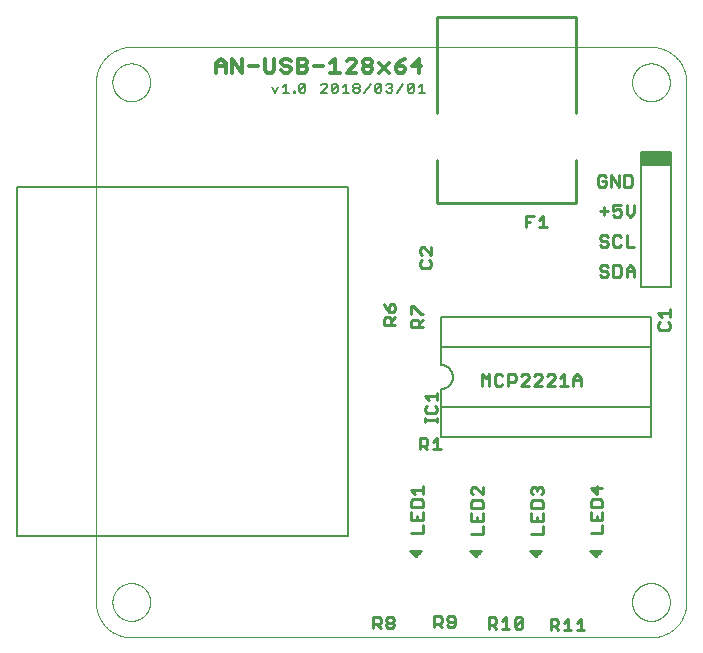
<source format=gto>
G75*
%MOIN*%
%OFA0B0*%
%FSLAX25Y25*%
%IPPOS*%
%LPD*%
%AMOC8*
5,1,8,0,0,1.08239X$1,22.5*
%
%ADD10C,0.00000*%
%ADD11C,0.00900*%
%ADD12C,0.01200*%
%ADD13C,0.00800*%
%ADD14C,0.00600*%
%ADD15C,0.01000*%
%ADD16C,0.00500*%
%ADD17C,0.00787*%
%ADD18R,0.10000X0.05000*%
D10*
X0027368Y0017535D02*
X0027368Y0190764D01*
X0032880Y0190764D02*
X0032882Y0190922D01*
X0032888Y0191080D01*
X0032898Y0191238D01*
X0032912Y0191396D01*
X0032930Y0191553D01*
X0032951Y0191710D01*
X0032977Y0191866D01*
X0033007Y0192022D01*
X0033040Y0192177D01*
X0033078Y0192330D01*
X0033119Y0192483D01*
X0033164Y0192635D01*
X0033213Y0192786D01*
X0033266Y0192935D01*
X0033322Y0193083D01*
X0033382Y0193229D01*
X0033446Y0193374D01*
X0033514Y0193517D01*
X0033585Y0193659D01*
X0033659Y0193799D01*
X0033737Y0193936D01*
X0033819Y0194072D01*
X0033903Y0194206D01*
X0033992Y0194337D01*
X0034083Y0194466D01*
X0034178Y0194593D01*
X0034275Y0194718D01*
X0034376Y0194840D01*
X0034480Y0194959D01*
X0034587Y0195076D01*
X0034697Y0195190D01*
X0034810Y0195301D01*
X0034925Y0195410D01*
X0035043Y0195515D01*
X0035164Y0195617D01*
X0035287Y0195717D01*
X0035413Y0195813D01*
X0035541Y0195906D01*
X0035671Y0195996D01*
X0035804Y0196082D01*
X0035939Y0196166D01*
X0036075Y0196245D01*
X0036214Y0196322D01*
X0036355Y0196394D01*
X0036497Y0196464D01*
X0036641Y0196529D01*
X0036787Y0196591D01*
X0036934Y0196649D01*
X0037083Y0196704D01*
X0037233Y0196755D01*
X0037384Y0196802D01*
X0037536Y0196845D01*
X0037689Y0196884D01*
X0037844Y0196920D01*
X0037999Y0196951D01*
X0038155Y0196979D01*
X0038311Y0197003D01*
X0038468Y0197023D01*
X0038626Y0197039D01*
X0038783Y0197051D01*
X0038942Y0197059D01*
X0039100Y0197063D01*
X0039258Y0197063D01*
X0039416Y0197059D01*
X0039575Y0197051D01*
X0039732Y0197039D01*
X0039890Y0197023D01*
X0040047Y0197003D01*
X0040203Y0196979D01*
X0040359Y0196951D01*
X0040514Y0196920D01*
X0040669Y0196884D01*
X0040822Y0196845D01*
X0040974Y0196802D01*
X0041125Y0196755D01*
X0041275Y0196704D01*
X0041424Y0196649D01*
X0041571Y0196591D01*
X0041717Y0196529D01*
X0041861Y0196464D01*
X0042003Y0196394D01*
X0042144Y0196322D01*
X0042283Y0196245D01*
X0042419Y0196166D01*
X0042554Y0196082D01*
X0042687Y0195996D01*
X0042817Y0195906D01*
X0042945Y0195813D01*
X0043071Y0195717D01*
X0043194Y0195617D01*
X0043315Y0195515D01*
X0043433Y0195410D01*
X0043548Y0195301D01*
X0043661Y0195190D01*
X0043771Y0195076D01*
X0043878Y0194959D01*
X0043982Y0194840D01*
X0044083Y0194718D01*
X0044180Y0194593D01*
X0044275Y0194466D01*
X0044366Y0194337D01*
X0044455Y0194206D01*
X0044539Y0194072D01*
X0044621Y0193936D01*
X0044699Y0193799D01*
X0044773Y0193659D01*
X0044844Y0193517D01*
X0044912Y0193374D01*
X0044976Y0193229D01*
X0045036Y0193083D01*
X0045092Y0192935D01*
X0045145Y0192786D01*
X0045194Y0192635D01*
X0045239Y0192483D01*
X0045280Y0192330D01*
X0045318Y0192177D01*
X0045351Y0192022D01*
X0045381Y0191866D01*
X0045407Y0191710D01*
X0045428Y0191553D01*
X0045446Y0191396D01*
X0045460Y0191238D01*
X0045470Y0191080D01*
X0045476Y0190922D01*
X0045478Y0190764D01*
X0045476Y0190606D01*
X0045470Y0190448D01*
X0045460Y0190290D01*
X0045446Y0190132D01*
X0045428Y0189975D01*
X0045407Y0189818D01*
X0045381Y0189662D01*
X0045351Y0189506D01*
X0045318Y0189351D01*
X0045280Y0189198D01*
X0045239Y0189045D01*
X0045194Y0188893D01*
X0045145Y0188742D01*
X0045092Y0188593D01*
X0045036Y0188445D01*
X0044976Y0188299D01*
X0044912Y0188154D01*
X0044844Y0188011D01*
X0044773Y0187869D01*
X0044699Y0187729D01*
X0044621Y0187592D01*
X0044539Y0187456D01*
X0044455Y0187322D01*
X0044366Y0187191D01*
X0044275Y0187062D01*
X0044180Y0186935D01*
X0044083Y0186810D01*
X0043982Y0186688D01*
X0043878Y0186569D01*
X0043771Y0186452D01*
X0043661Y0186338D01*
X0043548Y0186227D01*
X0043433Y0186118D01*
X0043315Y0186013D01*
X0043194Y0185911D01*
X0043071Y0185811D01*
X0042945Y0185715D01*
X0042817Y0185622D01*
X0042687Y0185532D01*
X0042554Y0185446D01*
X0042419Y0185362D01*
X0042283Y0185283D01*
X0042144Y0185206D01*
X0042003Y0185134D01*
X0041861Y0185064D01*
X0041717Y0184999D01*
X0041571Y0184937D01*
X0041424Y0184879D01*
X0041275Y0184824D01*
X0041125Y0184773D01*
X0040974Y0184726D01*
X0040822Y0184683D01*
X0040669Y0184644D01*
X0040514Y0184608D01*
X0040359Y0184577D01*
X0040203Y0184549D01*
X0040047Y0184525D01*
X0039890Y0184505D01*
X0039732Y0184489D01*
X0039575Y0184477D01*
X0039416Y0184469D01*
X0039258Y0184465D01*
X0039100Y0184465D01*
X0038942Y0184469D01*
X0038783Y0184477D01*
X0038626Y0184489D01*
X0038468Y0184505D01*
X0038311Y0184525D01*
X0038155Y0184549D01*
X0037999Y0184577D01*
X0037844Y0184608D01*
X0037689Y0184644D01*
X0037536Y0184683D01*
X0037384Y0184726D01*
X0037233Y0184773D01*
X0037083Y0184824D01*
X0036934Y0184879D01*
X0036787Y0184937D01*
X0036641Y0184999D01*
X0036497Y0185064D01*
X0036355Y0185134D01*
X0036214Y0185206D01*
X0036075Y0185283D01*
X0035939Y0185362D01*
X0035804Y0185446D01*
X0035671Y0185532D01*
X0035541Y0185622D01*
X0035413Y0185715D01*
X0035287Y0185811D01*
X0035164Y0185911D01*
X0035043Y0186013D01*
X0034925Y0186118D01*
X0034810Y0186227D01*
X0034697Y0186338D01*
X0034587Y0186452D01*
X0034480Y0186569D01*
X0034376Y0186688D01*
X0034275Y0186810D01*
X0034178Y0186935D01*
X0034083Y0187062D01*
X0033992Y0187191D01*
X0033903Y0187322D01*
X0033819Y0187456D01*
X0033737Y0187592D01*
X0033659Y0187729D01*
X0033585Y0187869D01*
X0033514Y0188011D01*
X0033446Y0188154D01*
X0033382Y0188299D01*
X0033322Y0188445D01*
X0033266Y0188593D01*
X0033213Y0188742D01*
X0033164Y0188893D01*
X0033119Y0189045D01*
X0033078Y0189198D01*
X0033040Y0189351D01*
X0033007Y0189506D01*
X0032977Y0189662D01*
X0032951Y0189818D01*
X0032930Y0189975D01*
X0032912Y0190132D01*
X0032898Y0190290D01*
X0032888Y0190448D01*
X0032882Y0190606D01*
X0032880Y0190764D01*
X0027368Y0190764D02*
X0027371Y0191049D01*
X0027382Y0191335D01*
X0027399Y0191620D01*
X0027423Y0191904D01*
X0027454Y0192188D01*
X0027492Y0192471D01*
X0027537Y0192752D01*
X0027588Y0193033D01*
X0027646Y0193313D01*
X0027711Y0193591D01*
X0027783Y0193867D01*
X0027861Y0194141D01*
X0027946Y0194414D01*
X0028038Y0194684D01*
X0028136Y0194952D01*
X0028240Y0195218D01*
X0028351Y0195481D01*
X0028468Y0195741D01*
X0028591Y0195999D01*
X0028721Y0196253D01*
X0028857Y0196504D01*
X0028998Y0196752D01*
X0029146Y0196996D01*
X0029299Y0197237D01*
X0029459Y0197473D01*
X0029624Y0197706D01*
X0029794Y0197935D01*
X0029970Y0198160D01*
X0030152Y0198380D01*
X0030338Y0198596D01*
X0030530Y0198807D01*
X0030727Y0199014D01*
X0030929Y0199216D01*
X0031136Y0199413D01*
X0031347Y0199605D01*
X0031563Y0199791D01*
X0031783Y0199973D01*
X0032008Y0200149D01*
X0032237Y0200319D01*
X0032470Y0200484D01*
X0032706Y0200644D01*
X0032947Y0200797D01*
X0033191Y0200945D01*
X0033439Y0201086D01*
X0033690Y0201222D01*
X0033944Y0201352D01*
X0034202Y0201475D01*
X0034462Y0201592D01*
X0034725Y0201703D01*
X0034991Y0201807D01*
X0035259Y0201905D01*
X0035529Y0201997D01*
X0035802Y0202082D01*
X0036076Y0202160D01*
X0036352Y0202232D01*
X0036630Y0202297D01*
X0036910Y0202355D01*
X0037191Y0202406D01*
X0037472Y0202451D01*
X0037755Y0202489D01*
X0038039Y0202520D01*
X0038323Y0202544D01*
X0038608Y0202561D01*
X0038894Y0202572D01*
X0039179Y0202575D01*
X0212407Y0202575D01*
X0206108Y0190764D02*
X0206110Y0190922D01*
X0206116Y0191080D01*
X0206126Y0191238D01*
X0206140Y0191396D01*
X0206158Y0191553D01*
X0206179Y0191710D01*
X0206205Y0191866D01*
X0206235Y0192022D01*
X0206268Y0192177D01*
X0206306Y0192330D01*
X0206347Y0192483D01*
X0206392Y0192635D01*
X0206441Y0192786D01*
X0206494Y0192935D01*
X0206550Y0193083D01*
X0206610Y0193229D01*
X0206674Y0193374D01*
X0206742Y0193517D01*
X0206813Y0193659D01*
X0206887Y0193799D01*
X0206965Y0193936D01*
X0207047Y0194072D01*
X0207131Y0194206D01*
X0207220Y0194337D01*
X0207311Y0194466D01*
X0207406Y0194593D01*
X0207503Y0194718D01*
X0207604Y0194840D01*
X0207708Y0194959D01*
X0207815Y0195076D01*
X0207925Y0195190D01*
X0208038Y0195301D01*
X0208153Y0195410D01*
X0208271Y0195515D01*
X0208392Y0195617D01*
X0208515Y0195717D01*
X0208641Y0195813D01*
X0208769Y0195906D01*
X0208899Y0195996D01*
X0209032Y0196082D01*
X0209167Y0196166D01*
X0209303Y0196245D01*
X0209442Y0196322D01*
X0209583Y0196394D01*
X0209725Y0196464D01*
X0209869Y0196529D01*
X0210015Y0196591D01*
X0210162Y0196649D01*
X0210311Y0196704D01*
X0210461Y0196755D01*
X0210612Y0196802D01*
X0210764Y0196845D01*
X0210917Y0196884D01*
X0211072Y0196920D01*
X0211227Y0196951D01*
X0211383Y0196979D01*
X0211539Y0197003D01*
X0211696Y0197023D01*
X0211854Y0197039D01*
X0212011Y0197051D01*
X0212170Y0197059D01*
X0212328Y0197063D01*
X0212486Y0197063D01*
X0212644Y0197059D01*
X0212803Y0197051D01*
X0212960Y0197039D01*
X0213118Y0197023D01*
X0213275Y0197003D01*
X0213431Y0196979D01*
X0213587Y0196951D01*
X0213742Y0196920D01*
X0213897Y0196884D01*
X0214050Y0196845D01*
X0214202Y0196802D01*
X0214353Y0196755D01*
X0214503Y0196704D01*
X0214652Y0196649D01*
X0214799Y0196591D01*
X0214945Y0196529D01*
X0215089Y0196464D01*
X0215231Y0196394D01*
X0215372Y0196322D01*
X0215511Y0196245D01*
X0215647Y0196166D01*
X0215782Y0196082D01*
X0215915Y0195996D01*
X0216045Y0195906D01*
X0216173Y0195813D01*
X0216299Y0195717D01*
X0216422Y0195617D01*
X0216543Y0195515D01*
X0216661Y0195410D01*
X0216776Y0195301D01*
X0216889Y0195190D01*
X0216999Y0195076D01*
X0217106Y0194959D01*
X0217210Y0194840D01*
X0217311Y0194718D01*
X0217408Y0194593D01*
X0217503Y0194466D01*
X0217594Y0194337D01*
X0217683Y0194206D01*
X0217767Y0194072D01*
X0217849Y0193936D01*
X0217927Y0193799D01*
X0218001Y0193659D01*
X0218072Y0193517D01*
X0218140Y0193374D01*
X0218204Y0193229D01*
X0218264Y0193083D01*
X0218320Y0192935D01*
X0218373Y0192786D01*
X0218422Y0192635D01*
X0218467Y0192483D01*
X0218508Y0192330D01*
X0218546Y0192177D01*
X0218579Y0192022D01*
X0218609Y0191866D01*
X0218635Y0191710D01*
X0218656Y0191553D01*
X0218674Y0191396D01*
X0218688Y0191238D01*
X0218698Y0191080D01*
X0218704Y0190922D01*
X0218706Y0190764D01*
X0218704Y0190606D01*
X0218698Y0190448D01*
X0218688Y0190290D01*
X0218674Y0190132D01*
X0218656Y0189975D01*
X0218635Y0189818D01*
X0218609Y0189662D01*
X0218579Y0189506D01*
X0218546Y0189351D01*
X0218508Y0189198D01*
X0218467Y0189045D01*
X0218422Y0188893D01*
X0218373Y0188742D01*
X0218320Y0188593D01*
X0218264Y0188445D01*
X0218204Y0188299D01*
X0218140Y0188154D01*
X0218072Y0188011D01*
X0218001Y0187869D01*
X0217927Y0187729D01*
X0217849Y0187592D01*
X0217767Y0187456D01*
X0217683Y0187322D01*
X0217594Y0187191D01*
X0217503Y0187062D01*
X0217408Y0186935D01*
X0217311Y0186810D01*
X0217210Y0186688D01*
X0217106Y0186569D01*
X0216999Y0186452D01*
X0216889Y0186338D01*
X0216776Y0186227D01*
X0216661Y0186118D01*
X0216543Y0186013D01*
X0216422Y0185911D01*
X0216299Y0185811D01*
X0216173Y0185715D01*
X0216045Y0185622D01*
X0215915Y0185532D01*
X0215782Y0185446D01*
X0215647Y0185362D01*
X0215511Y0185283D01*
X0215372Y0185206D01*
X0215231Y0185134D01*
X0215089Y0185064D01*
X0214945Y0184999D01*
X0214799Y0184937D01*
X0214652Y0184879D01*
X0214503Y0184824D01*
X0214353Y0184773D01*
X0214202Y0184726D01*
X0214050Y0184683D01*
X0213897Y0184644D01*
X0213742Y0184608D01*
X0213587Y0184577D01*
X0213431Y0184549D01*
X0213275Y0184525D01*
X0213118Y0184505D01*
X0212960Y0184489D01*
X0212803Y0184477D01*
X0212644Y0184469D01*
X0212486Y0184465D01*
X0212328Y0184465D01*
X0212170Y0184469D01*
X0212011Y0184477D01*
X0211854Y0184489D01*
X0211696Y0184505D01*
X0211539Y0184525D01*
X0211383Y0184549D01*
X0211227Y0184577D01*
X0211072Y0184608D01*
X0210917Y0184644D01*
X0210764Y0184683D01*
X0210612Y0184726D01*
X0210461Y0184773D01*
X0210311Y0184824D01*
X0210162Y0184879D01*
X0210015Y0184937D01*
X0209869Y0184999D01*
X0209725Y0185064D01*
X0209583Y0185134D01*
X0209442Y0185206D01*
X0209303Y0185283D01*
X0209167Y0185362D01*
X0209032Y0185446D01*
X0208899Y0185532D01*
X0208769Y0185622D01*
X0208641Y0185715D01*
X0208515Y0185811D01*
X0208392Y0185911D01*
X0208271Y0186013D01*
X0208153Y0186118D01*
X0208038Y0186227D01*
X0207925Y0186338D01*
X0207815Y0186452D01*
X0207708Y0186569D01*
X0207604Y0186688D01*
X0207503Y0186810D01*
X0207406Y0186935D01*
X0207311Y0187062D01*
X0207220Y0187191D01*
X0207131Y0187322D01*
X0207047Y0187456D01*
X0206965Y0187592D01*
X0206887Y0187729D01*
X0206813Y0187869D01*
X0206742Y0188011D01*
X0206674Y0188154D01*
X0206610Y0188299D01*
X0206550Y0188445D01*
X0206494Y0188593D01*
X0206441Y0188742D01*
X0206392Y0188893D01*
X0206347Y0189045D01*
X0206306Y0189198D01*
X0206268Y0189351D01*
X0206235Y0189506D01*
X0206205Y0189662D01*
X0206179Y0189818D01*
X0206158Y0189975D01*
X0206140Y0190132D01*
X0206126Y0190290D01*
X0206116Y0190448D01*
X0206110Y0190606D01*
X0206108Y0190764D01*
X0212407Y0202575D02*
X0212692Y0202572D01*
X0212978Y0202561D01*
X0213263Y0202544D01*
X0213547Y0202520D01*
X0213831Y0202489D01*
X0214114Y0202451D01*
X0214395Y0202406D01*
X0214676Y0202355D01*
X0214956Y0202297D01*
X0215234Y0202232D01*
X0215510Y0202160D01*
X0215784Y0202082D01*
X0216057Y0201997D01*
X0216327Y0201905D01*
X0216595Y0201807D01*
X0216861Y0201703D01*
X0217124Y0201592D01*
X0217384Y0201475D01*
X0217642Y0201352D01*
X0217896Y0201222D01*
X0218147Y0201086D01*
X0218395Y0200945D01*
X0218639Y0200797D01*
X0218880Y0200644D01*
X0219116Y0200484D01*
X0219349Y0200319D01*
X0219578Y0200149D01*
X0219803Y0199973D01*
X0220023Y0199791D01*
X0220239Y0199605D01*
X0220450Y0199413D01*
X0220657Y0199216D01*
X0220859Y0199014D01*
X0221056Y0198807D01*
X0221248Y0198596D01*
X0221434Y0198380D01*
X0221616Y0198160D01*
X0221792Y0197935D01*
X0221962Y0197706D01*
X0222127Y0197473D01*
X0222287Y0197237D01*
X0222440Y0196996D01*
X0222588Y0196752D01*
X0222729Y0196504D01*
X0222865Y0196253D01*
X0222995Y0195999D01*
X0223118Y0195741D01*
X0223235Y0195481D01*
X0223346Y0195218D01*
X0223450Y0194952D01*
X0223548Y0194684D01*
X0223640Y0194414D01*
X0223725Y0194141D01*
X0223803Y0193867D01*
X0223875Y0193591D01*
X0223940Y0193313D01*
X0223998Y0193033D01*
X0224049Y0192752D01*
X0224094Y0192471D01*
X0224132Y0192188D01*
X0224163Y0191904D01*
X0224187Y0191620D01*
X0224204Y0191335D01*
X0224215Y0191049D01*
X0224218Y0190764D01*
X0224219Y0190764D02*
X0224219Y0017535D01*
X0206108Y0017535D02*
X0206110Y0017693D01*
X0206116Y0017851D01*
X0206126Y0018009D01*
X0206140Y0018167D01*
X0206158Y0018324D01*
X0206179Y0018481D01*
X0206205Y0018637D01*
X0206235Y0018793D01*
X0206268Y0018948D01*
X0206306Y0019101D01*
X0206347Y0019254D01*
X0206392Y0019406D01*
X0206441Y0019557D01*
X0206494Y0019706D01*
X0206550Y0019854D01*
X0206610Y0020000D01*
X0206674Y0020145D01*
X0206742Y0020288D01*
X0206813Y0020430D01*
X0206887Y0020570D01*
X0206965Y0020707D01*
X0207047Y0020843D01*
X0207131Y0020977D01*
X0207220Y0021108D01*
X0207311Y0021237D01*
X0207406Y0021364D01*
X0207503Y0021489D01*
X0207604Y0021611D01*
X0207708Y0021730D01*
X0207815Y0021847D01*
X0207925Y0021961D01*
X0208038Y0022072D01*
X0208153Y0022181D01*
X0208271Y0022286D01*
X0208392Y0022388D01*
X0208515Y0022488D01*
X0208641Y0022584D01*
X0208769Y0022677D01*
X0208899Y0022767D01*
X0209032Y0022853D01*
X0209167Y0022937D01*
X0209303Y0023016D01*
X0209442Y0023093D01*
X0209583Y0023165D01*
X0209725Y0023235D01*
X0209869Y0023300D01*
X0210015Y0023362D01*
X0210162Y0023420D01*
X0210311Y0023475D01*
X0210461Y0023526D01*
X0210612Y0023573D01*
X0210764Y0023616D01*
X0210917Y0023655D01*
X0211072Y0023691D01*
X0211227Y0023722D01*
X0211383Y0023750D01*
X0211539Y0023774D01*
X0211696Y0023794D01*
X0211854Y0023810D01*
X0212011Y0023822D01*
X0212170Y0023830D01*
X0212328Y0023834D01*
X0212486Y0023834D01*
X0212644Y0023830D01*
X0212803Y0023822D01*
X0212960Y0023810D01*
X0213118Y0023794D01*
X0213275Y0023774D01*
X0213431Y0023750D01*
X0213587Y0023722D01*
X0213742Y0023691D01*
X0213897Y0023655D01*
X0214050Y0023616D01*
X0214202Y0023573D01*
X0214353Y0023526D01*
X0214503Y0023475D01*
X0214652Y0023420D01*
X0214799Y0023362D01*
X0214945Y0023300D01*
X0215089Y0023235D01*
X0215231Y0023165D01*
X0215372Y0023093D01*
X0215511Y0023016D01*
X0215647Y0022937D01*
X0215782Y0022853D01*
X0215915Y0022767D01*
X0216045Y0022677D01*
X0216173Y0022584D01*
X0216299Y0022488D01*
X0216422Y0022388D01*
X0216543Y0022286D01*
X0216661Y0022181D01*
X0216776Y0022072D01*
X0216889Y0021961D01*
X0216999Y0021847D01*
X0217106Y0021730D01*
X0217210Y0021611D01*
X0217311Y0021489D01*
X0217408Y0021364D01*
X0217503Y0021237D01*
X0217594Y0021108D01*
X0217683Y0020977D01*
X0217767Y0020843D01*
X0217849Y0020707D01*
X0217927Y0020570D01*
X0218001Y0020430D01*
X0218072Y0020288D01*
X0218140Y0020145D01*
X0218204Y0020000D01*
X0218264Y0019854D01*
X0218320Y0019706D01*
X0218373Y0019557D01*
X0218422Y0019406D01*
X0218467Y0019254D01*
X0218508Y0019101D01*
X0218546Y0018948D01*
X0218579Y0018793D01*
X0218609Y0018637D01*
X0218635Y0018481D01*
X0218656Y0018324D01*
X0218674Y0018167D01*
X0218688Y0018009D01*
X0218698Y0017851D01*
X0218704Y0017693D01*
X0218706Y0017535D01*
X0218704Y0017377D01*
X0218698Y0017219D01*
X0218688Y0017061D01*
X0218674Y0016903D01*
X0218656Y0016746D01*
X0218635Y0016589D01*
X0218609Y0016433D01*
X0218579Y0016277D01*
X0218546Y0016122D01*
X0218508Y0015969D01*
X0218467Y0015816D01*
X0218422Y0015664D01*
X0218373Y0015513D01*
X0218320Y0015364D01*
X0218264Y0015216D01*
X0218204Y0015070D01*
X0218140Y0014925D01*
X0218072Y0014782D01*
X0218001Y0014640D01*
X0217927Y0014500D01*
X0217849Y0014363D01*
X0217767Y0014227D01*
X0217683Y0014093D01*
X0217594Y0013962D01*
X0217503Y0013833D01*
X0217408Y0013706D01*
X0217311Y0013581D01*
X0217210Y0013459D01*
X0217106Y0013340D01*
X0216999Y0013223D01*
X0216889Y0013109D01*
X0216776Y0012998D01*
X0216661Y0012889D01*
X0216543Y0012784D01*
X0216422Y0012682D01*
X0216299Y0012582D01*
X0216173Y0012486D01*
X0216045Y0012393D01*
X0215915Y0012303D01*
X0215782Y0012217D01*
X0215647Y0012133D01*
X0215511Y0012054D01*
X0215372Y0011977D01*
X0215231Y0011905D01*
X0215089Y0011835D01*
X0214945Y0011770D01*
X0214799Y0011708D01*
X0214652Y0011650D01*
X0214503Y0011595D01*
X0214353Y0011544D01*
X0214202Y0011497D01*
X0214050Y0011454D01*
X0213897Y0011415D01*
X0213742Y0011379D01*
X0213587Y0011348D01*
X0213431Y0011320D01*
X0213275Y0011296D01*
X0213118Y0011276D01*
X0212960Y0011260D01*
X0212803Y0011248D01*
X0212644Y0011240D01*
X0212486Y0011236D01*
X0212328Y0011236D01*
X0212170Y0011240D01*
X0212011Y0011248D01*
X0211854Y0011260D01*
X0211696Y0011276D01*
X0211539Y0011296D01*
X0211383Y0011320D01*
X0211227Y0011348D01*
X0211072Y0011379D01*
X0210917Y0011415D01*
X0210764Y0011454D01*
X0210612Y0011497D01*
X0210461Y0011544D01*
X0210311Y0011595D01*
X0210162Y0011650D01*
X0210015Y0011708D01*
X0209869Y0011770D01*
X0209725Y0011835D01*
X0209583Y0011905D01*
X0209442Y0011977D01*
X0209303Y0012054D01*
X0209167Y0012133D01*
X0209032Y0012217D01*
X0208899Y0012303D01*
X0208769Y0012393D01*
X0208641Y0012486D01*
X0208515Y0012582D01*
X0208392Y0012682D01*
X0208271Y0012784D01*
X0208153Y0012889D01*
X0208038Y0012998D01*
X0207925Y0013109D01*
X0207815Y0013223D01*
X0207708Y0013340D01*
X0207604Y0013459D01*
X0207503Y0013581D01*
X0207406Y0013706D01*
X0207311Y0013833D01*
X0207220Y0013962D01*
X0207131Y0014093D01*
X0207047Y0014227D01*
X0206965Y0014363D01*
X0206887Y0014500D01*
X0206813Y0014640D01*
X0206742Y0014782D01*
X0206674Y0014925D01*
X0206610Y0015070D01*
X0206550Y0015216D01*
X0206494Y0015364D01*
X0206441Y0015513D01*
X0206392Y0015664D01*
X0206347Y0015816D01*
X0206306Y0015969D01*
X0206268Y0016122D01*
X0206235Y0016277D01*
X0206205Y0016433D01*
X0206179Y0016589D01*
X0206158Y0016746D01*
X0206140Y0016903D01*
X0206126Y0017061D01*
X0206116Y0017219D01*
X0206110Y0017377D01*
X0206108Y0017535D01*
X0212407Y0005724D02*
X0212692Y0005727D01*
X0212978Y0005738D01*
X0213263Y0005755D01*
X0213547Y0005779D01*
X0213831Y0005810D01*
X0214114Y0005848D01*
X0214395Y0005893D01*
X0214676Y0005944D01*
X0214956Y0006002D01*
X0215234Y0006067D01*
X0215510Y0006139D01*
X0215784Y0006217D01*
X0216057Y0006302D01*
X0216327Y0006394D01*
X0216595Y0006492D01*
X0216861Y0006596D01*
X0217124Y0006707D01*
X0217384Y0006824D01*
X0217642Y0006947D01*
X0217896Y0007077D01*
X0218147Y0007213D01*
X0218395Y0007354D01*
X0218639Y0007502D01*
X0218880Y0007655D01*
X0219116Y0007815D01*
X0219349Y0007980D01*
X0219578Y0008150D01*
X0219803Y0008326D01*
X0220023Y0008508D01*
X0220239Y0008694D01*
X0220450Y0008886D01*
X0220657Y0009083D01*
X0220859Y0009285D01*
X0221056Y0009492D01*
X0221248Y0009703D01*
X0221434Y0009919D01*
X0221616Y0010139D01*
X0221792Y0010364D01*
X0221962Y0010593D01*
X0222127Y0010826D01*
X0222287Y0011062D01*
X0222440Y0011303D01*
X0222588Y0011547D01*
X0222729Y0011795D01*
X0222865Y0012046D01*
X0222995Y0012300D01*
X0223118Y0012558D01*
X0223235Y0012818D01*
X0223346Y0013081D01*
X0223450Y0013347D01*
X0223548Y0013615D01*
X0223640Y0013885D01*
X0223725Y0014158D01*
X0223803Y0014432D01*
X0223875Y0014708D01*
X0223940Y0014986D01*
X0223998Y0015266D01*
X0224049Y0015547D01*
X0224094Y0015828D01*
X0224132Y0016111D01*
X0224163Y0016395D01*
X0224187Y0016679D01*
X0224204Y0016964D01*
X0224215Y0017250D01*
X0224218Y0017535D01*
X0212407Y0005724D02*
X0039179Y0005724D01*
X0032880Y0017535D02*
X0032882Y0017693D01*
X0032888Y0017851D01*
X0032898Y0018009D01*
X0032912Y0018167D01*
X0032930Y0018324D01*
X0032951Y0018481D01*
X0032977Y0018637D01*
X0033007Y0018793D01*
X0033040Y0018948D01*
X0033078Y0019101D01*
X0033119Y0019254D01*
X0033164Y0019406D01*
X0033213Y0019557D01*
X0033266Y0019706D01*
X0033322Y0019854D01*
X0033382Y0020000D01*
X0033446Y0020145D01*
X0033514Y0020288D01*
X0033585Y0020430D01*
X0033659Y0020570D01*
X0033737Y0020707D01*
X0033819Y0020843D01*
X0033903Y0020977D01*
X0033992Y0021108D01*
X0034083Y0021237D01*
X0034178Y0021364D01*
X0034275Y0021489D01*
X0034376Y0021611D01*
X0034480Y0021730D01*
X0034587Y0021847D01*
X0034697Y0021961D01*
X0034810Y0022072D01*
X0034925Y0022181D01*
X0035043Y0022286D01*
X0035164Y0022388D01*
X0035287Y0022488D01*
X0035413Y0022584D01*
X0035541Y0022677D01*
X0035671Y0022767D01*
X0035804Y0022853D01*
X0035939Y0022937D01*
X0036075Y0023016D01*
X0036214Y0023093D01*
X0036355Y0023165D01*
X0036497Y0023235D01*
X0036641Y0023300D01*
X0036787Y0023362D01*
X0036934Y0023420D01*
X0037083Y0023475D01*
X0037233Y0023526D01*
X0037384Y0023573D01*
X0037536Y0023616D01*
X0037689Y0023655D01*
X0037844Y0023691D01*
X0037999Y0023722D01*
X0038155Y0023750D01*
X0038311Y0023774D01*
X0038468Y0023794D01*
X0038626Y0023810D01*
X0038783Y0023822D01*
X0038942Y0023830D01*
X0039100Y0023834D01*
X0039258Y0023834D01*
X0039416Y0023830D01*
X0039575Y0023822D01*
X0039732Y0023810D01*
X0039890Y0023794D01*
X0040047Y0023774D01*
X0040203Y0023750D01*
X0040359Y0023722D01*
X0040514Y0023691D01*
X0040669Y0023655D01*
X0040822Y0023616D01*
X0040974Y0023573D01*
X0041125Y0023526D01*
X0041275Y0023475D01*
X0041424Y0023420D01*
X0041571Y0023362D01*
X0041717Y0023300D01*
X0041861Y0023235D01*
X0042003Y0023165D01*
X0042144Y0023093D01*
X0042283Y0023016D01*
X0042419Y0022937D01*
X0042554Y0022853D01*
X0042687Y0022767D01*
X0042817Y0022677D01*
X0042945Y0022584D01*
X0043071Y0022488D01*
X0043194Y0022388D01*
X0043315Y0022286D01*
X0043433Y0022181D01*
X0043548Y0022072D01*
X0043661Y0021961D01*
X0043771Y0021847D01*
X0043878Y0021730D01*
X0043982Y0021611D01*
X0044083Y0021489D01*
X0044180Y0021364D01*
X0044275Y0021237D01*
X0044366Y0021108D01*
X0044455Y0020977D01*
X0044539Y0020843D01*
X0044621Y0020707D01*
X0044699Y0020570D01*
X0044773Y0020430D01*
X0044844Y0020288D01*
X0044912Y0020145D01*
X0044976Y0020000D01*
X0045036Y0019854D01*
X0045092Y0019706D01*
X0045145Y0019557D01*
X0045194Y0019406D01*
X0045239Y0019254D01*
X0045280Y0019101D01*
X0045318Y0018948D01*
X0045351Y0018793D01*
X0045381Y0018637D01*
X0045407Y0018481D01*
X0045428Y0018324D01*
X0045446Y0018167D01*
X0045460Y0018009D01*
X0045470Y0017851D01*
X0045476Y0017693D01*
X0045478Y0017535D01*
X0045476Y0017377D01*
X0045470Y0017219D01*
X0045460Y0017061D01*
X0045446Y0016903D01*
X0045428Y0016746D01*
X0045407Y0016589D01*
X0045381Y0016433D01*
X0045351Y0016277D01*
X0045318Y0016122D01*
X0045280Y0015969D01*
X0045239Y0015816D01*
X0045194Y0015664D01*
X0045145Y0015513D01*
X0045092Y0015364D01*
X0045036Y0015216D01*
X0044976Y0015070D01*
X0044912Y0014925D01*
X0044844Y0014782D01*
X0044773Y0014640D01*
X0044699Y0014500D01*
X0044621Y0014363D01*
X0044539Y0014227D01*
X0044455Y0014093D01*
X0044366Y0013962D01*
X0044275Y0013833D01*
X0044180Y0013706D01*
X0044083Y0013581D01*
X0043982Y0013459D01*
X0043878Y0013340D01*
X0043771Y0013223D01*
X0043661Y0013109D01*
X0043548Y0012998D01*
X0043433Y0012889D01*
X0043315Y0012784D01*
X0043194Y0012682D01*
X0043071Y0012582D01*
X0042945Y0012486D01*
X0042817Y0012393D01*
X0042687Y0012303D01*
X0042554Y0012217D01*
X0042419Y0012133D01*
X0042283Y0012054D01*
X0042144Y0011977D01*
X0042003Y0011905D01*
X0041861Y0011835D01*
X0041717Y0011770D01*
X0041571Y0011708D01*
X0041424Y0011650D01*
X0041275Y0011595D01*
X0041125Y0011544D01*
X0040974Y0011497D01*
X0040822Y0011454D01*
X0040669Y0011415D01*
X0040514Y0011379D01*
X0040359Y0011348D01*
X0040203Y0011320D01*
X0040047Y0011296D01*
X0039890Y0011276D01*
X0039732Y0011260D01*
X0039575Y0011248D01*
X0039416Y0011240D01*
X0039258Y0011236D01*
X0039100Y0011236D01*
X0038942Y0011240D01*
X0038783Y0011248D01*
X0038626Y0011260D01*
X0038468Y0011276D01*
X0038311Y0011296D01*
X0038155Y0011320D01*
X0037999Y0011348D01*
X0037844Y0011379D01*
X0037689Y0011415D01*
X0037536Y0011454D01*
X0037384Y0011497D01*
X0037233Y0011544D01*
X0037083Y0011595D01*
X0036934Y0011650D01*
X0036787Y0011708D01*
X0036641Y0011770D01*
X0036497Y0011835D01*
X0036355Y0011905D01*
X0036214Y0011977D01*
X0036075Y0012054D01*
X0035939Y0012133D01*
X0035804Y0012217D01*
X0035671Y0012303D01*
X0035541Y0012393D01*
X0035413Y0012486D01*
X0035287Y0012582D01*
X0035164Y0012682D01*
X0035043Y0012784D01*
X0034925Y0012889D01*
X0034810Y0012998D01*
X0034697Y0013109D01*
X0034587Y0013223D01*
X0034480Y0013340D01*
X0034376Y0013459D01*
X0034275Y0013581D01*
X0034178Y0013706D01*
X0034083Y0013833D01*
X0033992Y0013962D01*
X0033903Y0014093D01*
X0033819Y0014227D01*
X0033737Y0014363D01*
X0033659Y0014500D01*
X0033585Y0014640D01*
X0033514Y0014782D01*
X0033446Y0014925D01*
X0033382Y0015070D01*
X0033322Y0015216D01*
X0033266Y0015364D01*
X0033213Y0015513D01*
X0033164Y0015664D01*
X0033119Y0015816D01*
X0033078Y0015969D01*
X0033040Y0016122D01*
X0033007Y0016277D01*
X0032977Y0016433D01*
X0032951Y0016589D01*
X0032930Y0016746D01*
X0032912Y0016903D01*
X0032898Y0017061D01*
X0032888Y0017219D01*
X0032882Y0017377D01*
X0032880Y0017535D01*
X0027368Y0017535D02*
X0027371Y0017250D01*
X0027382Y0016964D01*
X0027399Y0016679D01*
X0027423Y0016395D01*
X0027454Y0016111D01*
X0027492Y0015828D01*
X0027537Y0015547D01*
X0027588Y0015266D01*
X0027646Y0014986D01*
X0027711Y0014708D01*
X0027783Y0014432D01*
X0027861Y0014158D01*
X0027946Y0013885D01*
X0028038Y0013615D01*
X0028136Y0013347D01*
X0028240Y0013081D01*
X0028351Y0012818D01*
X0028468Y0012558D01*
X0028591Y0012300D01*
X0028721Y0012046D01*
X0028857Y0011795D01*
X0028998Y0011547D01*
X0029146Y0011303D01*
X0029299Y0011062D01*
X0029459Y0010826D01*
X0029624Y0010593D01*
X0029794Y0010364D01*
X0029970Y0010139D01*
X0030152Y0009919D01*
X0030338Y0009703D01*
X0030530Y0009492D01*
X0030727Y0009285D01*
X0030929Y0009083D01*
X0031136Y0008886D01*
X0031347Y0008694D01*
X0031563Y0008508D01*
X0031783Y0008326D01*
X0032008Y0008150D01*
X0032237Y0007980D01*
X0032470Y0007815D01*
X0032706Y0007655D01*
X0032947Y0007502D01*
X0033191Y0007354D01*
X0033439Y0007213D01*
X0033690Y0007077D01*
X0033944Y0006947D01*
X0034202Y0006824D01*
X0034462Y0006707D01*
X0034725Y0006596D01*
X0034991Y0006492D01*
X0035259Y0006394D01*
X0035529Y0006302D01*
X0035802Y0006217D01*
X0036076Y0006139D01*
X0036352Y0006067D01*
X0036630Y0006002D01*
X0036910Y0005944D01*
X0037191Y0005893D01*
X0037472Y0005848D01*
X0037755Y0005810D01*
X0038039Y0005779D01*
X0038323Y0005755D01*
X0038608Y0005738D01*
X0038894Y0005727D01*
X0039179Y0005724D01*
D11*
X0119728Y0008769D02*
X0119728Y0012597D01*
X0121641Y0012597D01*
X0122279Y0011959D01*
X0122279Y0010683D01*
X0121641Y0010045D01*
X0119728Y0010045D01*
X0121003Y0010045D02*
X0122279Y0008769D01*
X0124078Y0009407D02*
X0124078Y0010045D01*
X0124716Y0010683D01*
X0125992Y0010683D01*
X0126630Y0010045D01*
X0126630Y0009407D01*
X0125992Y0008769D01*
X0124716Y0008769D01*
X0124078Y0009407D01*
X0124716Y0010683D02*
X0124078Y0011321D01*
X0124078Y0011959D01*
X0124716Y0012597D01*
X0125992Y0012597D01*
X0126630Y0011959D01*
X0126630Y0011321D01*
X0125992Y0010683D01*
X0140200Y0010360D02*
X0142114Y0010360D01*
X0142752Y0010998D01*
X0142752Y0012274D01*
X0142114Y0012912D01*
X0140200Y0012912D01*
X0140200Y0009084D01*
X0141476Y0010360D02*
X0142752Y0009084D01*
X0144550Y0009722D02*
X0145188Y0009084D01*
X0146464Y0009084D01*
X0147102Y0009722D01*
X0147102Y0012274D01*
X0146464Y0012912D01*
X0145188Y0012912D01*
X0144550Y0012274D01*
X0144550Y0011636D01*
X0145188Y0010998D01*
X0147102Y0010998D01*
X0158310Y0009887D02*
X0160224Y0009887D01*
X0160862Y0010525D01*
X0160862Y0011801D01*
X0160224Y0012439D01*
X0158310Y0012439D01*
X0158310Y0008611D01*
X0159586Y0009887D02*
X0160862Y0008611D01*
X0162660Y0008611D02*
X0165212Y0008611D01*
X0163936Y0008611D02*
X0163936Y0012439D01*
X0162660Y0011163D01*
X0167011Y0011801D02*
X0167011Y0009249D01*
X0169562Y0011801D01*
X0169562Y0009249D01*
X0168924Y0008611D01*
X0167649Y0008611D01*
X0167011Y0009249D01*
X0167011Y0011801D02*
X0167649Y0012439D01*
X0168924Y0012439D01*
X0169562Y0011801D01*
X0178995Y0011967D02*
X0178995Y0008139D01*
X0178995Y0009415D02*
X0180909Y0009415D01*
X0181547Y0010053D01*
X0181547Y0011329D01*
X0180909Y0011967D01*
X0178995Y0011967D01*
X0180271Y0009415D02*
X0181547Y0008139D01*
X0183345Y0008139D02*
X0185897Y0008139D01*
X0184621Y0008139D02*
X0184621Y0011967D01*
X0183345Y0010691D01*
X0187696Y0010691D02*
X0188972Y0011967D01*
X0188972Y0008139D01*
X0190247Y0008139D02*
X0187696Y0008139D01*
X0192366Y0040545D02*
X0196194Y0040545D01*
X0196194Y0043097D01*
X0196194Y0044896D02*
X0196194Y0047447D01*
X0196194Y0049246D02*
X0196194Y0051160D01*
X0195556Y0051798D01*
X0193004Y0051798D01*
X0192366Y0051160D01*
X0192366Y0049246D01*
X0196194Y0049246D01*
X0194280Y0046171D02*
X0194280Y0044896D01*
X0192366Y0044896D02*
X0196194Y0044896D01*
X0192366Y0044896D02*
X0192366Y0047447D01*
X0194280Y0053596D02*
X0192366Y0055510D01*
X0196194Y0055510D01*
X0194280Y0056148D02*
X0194280Y0053596D01*
X0176406Y0054021D02*
X0175768Y0053383D01*
X0176406Y0054021D02*
X0176406Y0055297D01*
X0175768Y0055935D01*
X0175130Y0055935D01*
X0174492Y0055297D01*
X0174492Y0054659D01*
X0174492Y0055297D02*
X0173855Y0055935D01*
X0173217Y0055935D01*
X0172579Y0055297D01*
X0172579Y0054021D01*
X0173217Y0053383D01*
X0173217Y0051585D02*
X0172579Y0050947D01*
X0172579Y0049033D01*
X0176406Y0049033D01*
X0176406Y0050947D01*
X0175768Y0051585D01*
X0173217Y0051585D01*
X0172579Y0047235D02*
X0172579Y0044683D01*
X0176406Y0044683D01*
X0176406Y0047235D01*
X0174492Y0045959D02*
X0174492Y0044683D01*
X0176406Y0042885D02*
X0176406Y0040333D01*
X0172579Y0040333D01*
X0156406Y0040333D02*
X0156406Y0042885D01*
X0156406Y0044683D02*
X0156406Y0047235D01*
X0156406Y0049033D02*
X0156406Y0050947D01*
X0155768Y0051585D01*
X0153217Y0051585D01*
X0152579Y0050947D01*
X0152579Y0049033D01*
X0156406Y0049033D01*
X0154492Y0045959D02*
X0154492Y0044683D01*
X0152579Y0044683D02*
X0156406Y0044683D01*
X0152579Y0044683D02*
X0152579Y0047235D01*
X0153217Y0053383D02*
X0152579Y0054021D01*
X0152579Y0055297D01*
X0153217Y0055935D01*
X0153855Y0055935D01*
X0156406Y0053383D01*
X0156406Y0055935D01*
X0142260Y0068399D02*
X0139708Y0068399D01*
X0140984Y0068399D02*
X0140984Y0072226D01*
X0139708Y0070951D01*
X0137910Y0071589D02*
X0137910Y0070313D01*
X0137272Y0069675D01*
X0135358Y0069675D01*
X0136634Y0069675D02*
X0137910Y0068399D01*
X0135358Y0068399D02*
X0135358Y0072226D01*
X0137272Y0072226D01*
X0137910Y0071589D01*
X0137090Y0077525D02*
X0137090Y0078801D01*
X0137090Y0078163D02*
X0140918Y0078163D01*
X0140918Y0077525D02*
X0140918Y0078801D01*
X0140280Y0080425D02*
X0137728Y0080425D01*
X0137090Y0081063D01*
X0137090Y0082339D01*
X0137728Y0082977D01*
X0138366Y0084775D02*
X0137090Y0086051D01*
X0140918Y0086051D01*
X0140918Y0084775D02*
X0140918Y0087327D01*
X0140280Y0082977D02*
X0140918Y0082339D01*
X0140918Y0081063D01*
X0140280Y0080425D01*
X0156009Y0089639D02*
X0156009Y0093467D01*
X0157285Y0092191D01*
X0158561Y0093467D01*
X0158561Y0089639D01*
X0160359Y0090277D02*
X0160997Y0089639D01*
X0162273Y0089639D01*
X0162911Y0090277D01*
X0164709Y0090915D02*
X0166623Y0090915D01*
X0167261Y0091553D01*
X0167261Y0092829D01*
X0166623Y0093467D01*
X0164709Y0093467D01*
X0164709Y0089639D01*
X0169059Y0089639D02*
X0171611Y0092191D01*
X0171611Y0092829D01*
X0170973Y0093467D01*
X0169697Y0093467D01*
X0169059Y0092829D01*
X0169059Y0089639D02*
X0171611Y0089639D01*
X0173410Y0089639D02*
X0175961Y0092191D01*
X0175961Y0092829D01*
X0175323Y0093467D01*
X0174047Y0093467D01*
X0173410Y0092829D01*
X0173410Y0089639D02*
X0175961Y0089639D01*
X0177760Y0089639D02*
X0180311Y0092191D01*
X0180311Y0092829D01*
X0179674Y0093467D01*
X0178398Y0093467D01*
X0177760Y0092829D01*
X0177760Y0089639D02*
X0180311Y0089639D01*
X0182110Y0089639D02*
X0184662Y0089639D01*
X0183386Y0089639D02*
X0183386Y0093467D01*
X0182110Y0092191D01*
X0186460Y0092191D02*
X0186460Y0089639D01*
X0186460Y0091553D02*
X0189012Y0091553D01*
X0189012Y0092191D02*
X0187736Y0093467D01*
X0186460Y0092191D01*
X0189012Y0092191D02*
X0189012Y0089639D01*
X0162911Y0092829D02*
X0162273Y0093467D01*
X0160997Y0093467D01*
X0160359Y0092829D01*
X0160359Y0090277D01*
X0136367Y0109147D02*
X0132539Y0109147D01*
X0132539Y0111061D01*
X0133177Y0111699D01*
X0134453Y0111699D01*
X0135091Y0111061D01*
X0135091Y0109147D01*
X0135091Y0110423D02*
X0136367Y0111699D01*
X0136367Y0113497D02*
X0135729Y0113497D01*
X0133177Y0116049D01*
X0132539Y0116049D01*
X0132539Y0113497D01*
X0127154Y0112486D02*
X0125878Y0111210D01*
X0125878Y0111848D02*
X0125878Y0109934D01*
X0127154Y0109934D02*
X0123327Y0109934D01*
X0123327Y0111848D01*
X0123965Y0112486D01*
X0125241Y0112486D01*
X0125878Y0111848D01*
X0125241Y0114284D02*
X0123965Y0115560D01*
X0123327Y0116836D01*
X0125241Y0116198D02*
X0125241Y0114284D01*
X0126516Y0114284D01*
X0127154Y0114922D01*
X0127154Y0116198D01*
X0126516Y0116836D01*
X0125878Y0116836D01*
X0125241Y0116198D01*
X0135953Y0128824D02*
X0138505Y0128824D01*
X0139143Y0129462D01*
X0139143Y0130738D01*
X0138505Y0131376D01*
X0139143Y0133175D02*
X0136591Y0135726D01*
X0135953Y0135726D01*
X0135315Y0135088D01*
X0135315Y0133813D01*
X0135953Y0133175D01*
X0135953Y0131376D02*
X0135315Y0130738D01*
X0135315Y0129462D01*
X0135953Y0128824D01*
X0139143Y0133175D02*
X0139143Y0135726D01*
X0170830Y0142438D02*
X0170830Y0146266D01*
X0173382Y0146266D01*
X0175181Y0144990D02*
X0176456Y0146266D01*
X0176456Y0142438D01*
X0175181Y0142438D02*
X0177732Y0142438D01*
X0172106Y0144352D02*
X0170830Y0144352D01*
X0195555Y0147852D02*
X0198107Y0147852D01*
X0199905Y0147852D02*
X0201181Y0148490D01*
X0201819Y0148490D01*
X0202457Y0147852D01*
X0202457Y0146576D01*
X0201819Y0145938D01*
X0200543Y0145938D01*
X0199905Y0146576D01*
X0199905Y0147852D02*
X0199905Y0149766D01*
X0202457Y0149766D01*
X0204255Y0149766D02*
X0204255Y0147214D01*
X0205531Y0145938D01*
X0206807Y0147214D01*
X0206807Y0149766D01*
X0205382Y0155938D02*
X0203468Y0155938D01*
X0203468Y0159766D01*
X0205382Y0159766D01*
X0206020Y0159128D01*
X0206020Y0156576D01*
X0205382Y0155938D01*
X0201670Y0155938D02*
X0201670Y0159766D01*
X0199118Y0159766D02*
X0199118Y0155938D01*
X0197319Y0156576D02*
X0197319Y0157852D01*
X0196043Y0157852D01*
X0194768Y0156576D02*
X0195406Y0155938D01*
X0196681Y0155938D01*
X0197319Y0156576D01*
X0194768Y0156576D02*
X0194768Y0159128D01*
X0195406Y0159766D01*
X0196681Y0159766D01*
X0197319Y0159128D01*
X0199118Y0159766D02*
X0201670Y0155938D01*
X0196831Y0149128D02*
X0196831Y0146576D01*
X0197469Y0139766D02*
X0196193Y0139766D01*
X0195555Y0139128D01*
X0195555Y0138490D01*
X0196193Y0137852D01*
X0197469Y0137852D01*
X0198107Y0137214D01*
X0198107Y0136576D01*
X0197469Y0135938D01*
X0196193Y0135938D01*
X0195555Y0136576D01*
X0198107Y0139128D02*
X0197469Y0139766D01*
X0199905Y0139128D02*
X0199905Y0136576D01*
X0200543Y0135938D01*
X0201819Y0135938D01*
X0202457Y0136576D01*
X0204255Y0135938D02*
X0206807Y0135938D01*
X0204255Y0135938D02*
X0204255Y0139766D01*
X0202457Y0139128D02*
X0201819Y0139766D01*
X0200543Y0139766D01*
X0199905Y0139128D01*
X0199905Y0129766D02*
X0201819Y0129766D01*
X0202457Y0129128D01*
X0202457Y0126576D01*
X0201819Y0125938D01*
X0199905Y0125938D01*
X0199905Y0129766D01*
X0198107Y0129128D02*
X0197469Y0129766D01*
X0196193Y0129766D01*
X0195555Y0129128D01*
X0195555Y0128490D01*
X0196193Y0127852D01*
X0197469Y0127852D01*
X0198107Y0127214D01*
X0198107Y0126576D01*
X0197469Y0125938D01*
X0196193Y0125938D01*
X0195555Y0126576D01*
X0204255Y0125938D02*
X0204255Y0128490D01*
X0205531Y0129766D01*
X0206807Y0128490D01*
X0206807Y0125938D01*
X0206807Y0127852D02*
X0204255Y0127852D01*
X0214842Y0113789D02*
X0218670Y0113789D01*
X0218670Y0112513D02*
X0218670Y0115065D01*
X0216118Y0112513D02*
X0214842Y0113789D01*
X0215480Y0110714D02*
X0214842Y0110076D01*
X0214842Y0108801D01*
X0215480Y0108163D01*
X0218032Y0108163D01*
X0218670Y0108801D01*
X0218670Y0110076D01*
X0218032Y0110714D01*
X0156406Y0040333D02*
X0152579Y0040333D01*
X0136406Y0040545D02*
X0136406Y0043097D01*
X0136406Y0044896D02*
X0136406Y0047447D01*
X0136406Y0049246D02*
X0132579Y0049246D01*
X0132579Y0051160D01*
X0133217Y0051798D01*
X0135768Y0051798D01*
X0136406Y0051160D01*
X0136406Y0049246D01*
X0132579Y0047447D02*
X0132579Y0044896D01*
X0136406Y0044896D01*
X0134492Y0044896D02*
X0134492Y0046171D01*
X0132579Y0040545D02*
X0136406Y0040545D01*
X0136406Y0053596D02*
X0136406Y0056148D01*
X0136406Y0054872D02*
X0132579Y0054872D01*
X0133855Y0053596D01*
D12*
X0135064Y0193962D02*
X0135064Y0198672D01*
X0132709Y0196317D01*
X0135848Y0196317D01*
X0130411Y0195532D02*
X0130411Y0194747D01*
X0129626Y0193962D01*
X0128056Y0193962D01*
X0127271Y0194747D01*
X0127271Y0196317D01*
X0129626Y0196317D01*
X0130411Y0195532D01*
X0128841Y0197887D02*
X0127271Y0196317D01*
X0128841Y0197887D02*
X0130411Y0198672D01*
X0124973Y0197102D02*
X0121833Y0193962D01*
X0119535Y0194747D02*
X0119535Y0195532D01*
X0118750Y0196317D01*
X0117181Y0196317D01*
X0116396Y0197102D01*
X0116396Y0197887D01*
X0117181Y0198672D01*
X0118750Y0198672D01*
X0119535Y0197887D01*
X0119535Y0197102D01*
X0118750Y0196317D01*
X0117181Y0196317D02*
X0116396Y0195532D01*
X0116396Y0194747D01*
X0117181Y0193962D01*
X0118750Y0193962D01*
X0119535Y0194747D01*
X0121833Y0197102D02*
X0124973Y0193962D01*
X0114098Y0193962D02*
X0110958Y0193962D01*
X0114098Y0197102D01*
X0114098Y0197887D01*
X0113313Y0198672D01*
X0111743Y0198672D01*
X0110958Y0197887D01*
X0107090Y0198672D02*
X0107090Y0193962D01*
X0105520Y0193962D02*
X0108660Y0193962D01*
X0105520Y0197102D02*
X0107090Y0198672D01*
X0103222Y0196317D02*
X0100083Y0196317D01*
X0097785Y0197102D02*
X0097000Y0196317D01*
X0094645Y0196317D01*
X0097000Y0196317D02*
X0097785Y0195532D01*
X0097785Y0194747D01*
X0097000Y0193962D01*
X0094645Y0193962D01*
X0094645Y0198672D01*
X0097000Y0198672D01*
X0097785Y0197887D01*
X0097785Y0197102D01*
X0092347Y0197887D02*
X0091562Y0198672D01*
X0089992Y0198672D01*
X0089207Y0197887D01*
X0089207Y0197102D01*
X0089992Y0196317D01*
X0091562Y0196317D01*
X0092347Y0195532D01*
X0092347Y0194747D01*
X0091562Y0193962D01*
X0089992Y0193962D01*
X0089207Y0194747D01*
X0086909Y0194747D02*
X0086909Y0198672D01*
X0083769Y0198672D02*
X0083769Y0194747D01*
X0084554Y0193962D01*
X0086124Y0193962D01*
X0086909Y0194747D01*
X0081471Y0196317D02*
X0078332Y0196317D01*
X0076034Y0193962D02*
X0076034Y0198672D01*
X0072894Y0198672D02*
X0076034Y0193962D01*
X0072894Y0193962D02*
X0072894Y0198672D01*
X0070596Y0197102D02*
X0070596Y0193962D01*
X0070596Y0196317D02*
X0067456Y0196317D01*
X0067456Y0197102D02*
X0067456Y0193962D01*
X0067456Y0197102D02*
X0069026Y0198672D01*
X0070596Y0197102D01*
D13*
X0086036Y0189320D02*
X0087082Y0187227D01*
X0088129Y0189320D01*
X0089661Y0189320D02*
X0090708Y0190366D01*
X0090708Y0187227D01*
X0091754Y0187227D02*
X0089661Y0187227D01*
X0093286Y0187227D02*
X0093809Y0187227D01*
X0093809Y0187750D01*
X0093286Y0187750D01*
X0093286Y0187227D01*
X0095099Y0187750D02*
X0097192Y0189843D01*
X0097192Y0187750D01*
X0096669Y0187227D01*
X0095622Y0187227D01*
X0095099Y0187750D01*
X0095099Y0189843D01*
X0095622Y0190366D01*
X0096669Y0190366D01*
X0097192Y0189843D01*
X0102349Y0189843D02*
X0102872Y0190366D01*
X0103919Y0190366D01*
X0104442Y0189843D01*
X0104442Y0189320D01*
X0102349Y0187227D01*
X0104442Y0187227D01*
X0105974Y0187750D02*
X0108067Y0189843D01*
X0108067Y0187750D01*
X0107544Y0187227D01*
X0106497Y0187227D01*
X0105974Y0187750D01*
X0105974Y0189843D01*
X0106497Y0190366D01*
X0107544Y0190366D01*
X0108067Y0189843D01*
X0109599Y0189320D02*
X0110646Y0190366D01*
X0110646Y0187227D01*
X0111692Y0187227D02*
X0109599Y0187227D01*
X0113224Y0187750D02*
X0113224Y0188273D01*
X0113748Y0188797D01*
X0114794Y0188797D01*
X0115317Y0188273D01*
X0115317Y0187750D01*
X0114794Y0187227D01*
X0113748Y0187227D01*
X0113224Y0187750D01*
X0113748Y0188797D02*
X0113224Y0189320D01*
X0113224Y0189843D01*
X0113748Y0190366D01*
X0114794Y0190366D01*
X0115317Y0189843D01*
X0115317Y0189320D01*
X0114794Y0188797D01*
X0116849Y0187227D02*
X0118943Y0190366D01*
X0120475Y0189843D02*
X0120998Y0190366D01*
X0122044Y0190366D01*
X0122568Y0189843D01*
X0120475Y0187750D01*
X0120998Y0187227D01*
X0122044Y0187227D01*
X0122568Y0187750D01*
X0122568Y0189843D01*
X0124100Y0189843D02*
X0124623Y0190366D01*
X0125670Y0190366D01*
X0126193Y0189843D01*
X0126193Y0189320D01*
X0125670Y0188797D01*
X0126193Y0188273D01*
X0126193Y0187750D01*
X0125670Y0187227D01*
X0124623Y0187227D01*
X0124100Y0187750D01*
X0125146Y0188797D02*
X0125670Y0188797D01*
X0127725Y0187227D02*
X0129818Y0190366D01*
X0131350Y0189843D02*
X0131873Y0190366D01*
X0132920Y0190366D01*
X0133443Y0189843D01*
X0131350Y0187750D01*
X0131873Y0187227D01*
X0132920Y0187227D01*
X0133443Y0187750D01*
X0133443Y0189843D01*
X0134975Y0189320D02*
X0136022Y0190366D01*
X0136022Y0187227D01*
X0137068Y0187227D02*
X0134975Y0187227D01*
X0131350Y0187750D02*
X0131350Y0189843D01*
X0120475Y0189843D02*
X0120475Y0187750D01*
D14*
X0142368Y0112575D02*
X0142368Y0102575D01*
X0142368Y0096575D01*
X0142494Y0096573D01*
X0142619Y0096567D01*
X0142744Y0096557D01*
X0142869Y0096543D01*
X0142994Y0096526D01*
X0143118Y0096504D01*
X0143241Y0096479D01*
X0143363Y0096449D01*
X0143484Y0096416D01*
X0143604Y0096379D01*
X0143723Y0096339D01*
X0143840Y0096294D01*
X0143957Y0096246D01*
X0144071Y0096194D01*
X0144184Y0096139D01*
X0144295Y0096080D01*
X0144404Y0096018D01*
X0144511Y0095952D01*
X0144616Y0095883D01*
X0144719Y0095811D01*
X0144820Y0095736D01*
X0144918Y0095657D01*
X0145013Y0095575D01*
X0145106Y0095491D01*
X0145196Y0095403D01*
X0145284Y0095313D01*
X0145368Y0095220D01*
X0145450Y0095125D01*
X0145529Y0095027D01*
X0145604Y0094926D01*
X0145676Y0094823D01*
X0145745Y0094718D01*
X0145811Y0094611D01*
X0145873Y0094502D01*
X0145932Y0094391D01*
X0145987Y0094278D01*
X0146039Y0094164D01*
X0146087Y0094047D01*
X0146132Y0093930D01*
X0146172Y0093811D01*
X0146209Y0093691D01*
X0146242Y0093570D01*
X0146272Y0093448D01*
X0146297Y0093325D01*
X0146319Y0093201D01*
X0146336Y0093076D01*
X0146350Y0092951D01*
X0146360Y0092826D01*
X0146366Y0092701D01*
X0146368Y0092575D01*
X0146366Y0092449D01*
X0146360Y0092324D01*
X0146350Y0092199D01*
X0146336Y0092074D01*
X0146319Y0091949D01*
X0146297Y0091825D01*
X0146272Y0091702D01*
X0146242Y0091580D01*
X0146209Y0091459D01*
X0146172Y0091339D01*
X0146132Y0091220D01*
X0146087Y0091103D01*
X0146039Y0090986D01*
X0145987Y0090872D01*
X0145932Y0090759D01*
X0145873Y0090648D01*
X0145811Y0090539D01*
X0145745Y0090432D01*
X0145676Y0090327D01*
X0145604Y0090224D01*
X0145529Y0090123D01*
X0145450Y0090025D01*
X0145368Y0089930D01*
X0145284Y0089837D01*
X0145196Y0089747D01*
X0145106Y0089659D01*
X0145013Y0089575D01*
X0144918Y0089493D01*
X0144820Y0089414D01*
X0144719Y0089339D01*
X0144616Y0089267D01*
X0144511Y0089198D01*
X0144404Y0089132D01*
X0144295Y0089070D01*
X0144184Y0089011D01*
X0144071Y0088956D01*
X0143957Y0088904D01*
X0143840Y0088856D01*
X0143723Y0088811D01*
X0143604Y0088771D01*
X0143484Y0088734D01*
X0143363Y0088701D01*
X0143241Y0088671D01*
X0143118Y0088646D01*
X0142994Y0088624D01*
X0142869Y0088607D01*
X0142744Y0088593D01*
X0142619Y0088583D01*
X0142494Y0088577D01*
X0142368Y0088575D01*
X0142368Y0082575D01*
X0212368Y0082575D01*
X0212368Y0072575D01*
X0142368Y0072575D01*
X0142368Y0082575D01*
X0142368Y0102575D02*
X0212368Y0102575D01*
X0212368Y0082575D01*
X0212368Y0102575D02*
X0212368Y0112575D01*
X0142368Y0112575D01*
D15*
X0140990Y0150528D02*
X0140990Y0165035D01*
X0140990Y0150528D02*
X0187447Y0150528D01*
X0187447Y0165035D01*
X0187447Y0180528D02*
X0187447Y0212535D01*
X0140990Y0212535D01*
X0140990Y0180528D01*
D16*
X0111486Y0155724D02*
X0111486Y0039425D01*
X0001250Y0039425D01*
X0001250Y0155724D01*
X0111486Y0155724D01*
X0132219Y0034575D02*
X0134219Y0032575D01*
X0136219Y0034575D01*
X0132219Y0034575D01*
X0132654Y0034140D02*
X0135783Y0034140D01*
X0135285Y0033641D02*
X0133152Y0033641D01*
X0133651Y0033143D02*
X0134786Y0033143D01*
X0134288Y0032644D02*
X0134149Y0032644D01*
X0152219Y0034575D02*
X0154219Y0032575D01*
X0156219Y0034575D01*
X0152219Y0034575D01*
X0152654Y0034140D02*
X0155783Y0034140D01*
X0155285Y0033641D02*
X0153152Y0033641D01*
X0153651Y0033143D02*
X0154786Y0033143D01*
X0154288Y0032644D02*
X0154149Y0032644D01*
X0172219Y0034575D02*
X0174219Y0032575D01*
X0176219Y0034575D01*
X0172219Y0034575D01*
X0172654Y0034140D02*
X0175783Y0034140D01*
X0175285Y0033641D02*
X0173152Y0033641D01*
X0173651Y0033143D02*
X0174786Y0033143D01*
X0174288Y0032644D02*
X0174149Y0032644D01*
X0192219Y0034575D02*
X0194219Y0032575D01*
X0196219Y0034575D01*
X0192219Y0034575D01*
X0192654Y0034140D02*
X0195783Y0034140D01*
X0195285Y0033641D02*
X0193152Y0033641D01*
X0193651Y0033143D02*
X0194786Y0033143D01*
X0194288Y0032644D02*
X0194149Y0032644D01*
D17*
X0209219Y0122575D02*
X0209219Y0167575D01*
X0219219Y0167575D01*
X0219219Y0122575D01*
X0209219Y0122575D01*
D18*
X0214219Y0165075D03*
M02*

</source>
